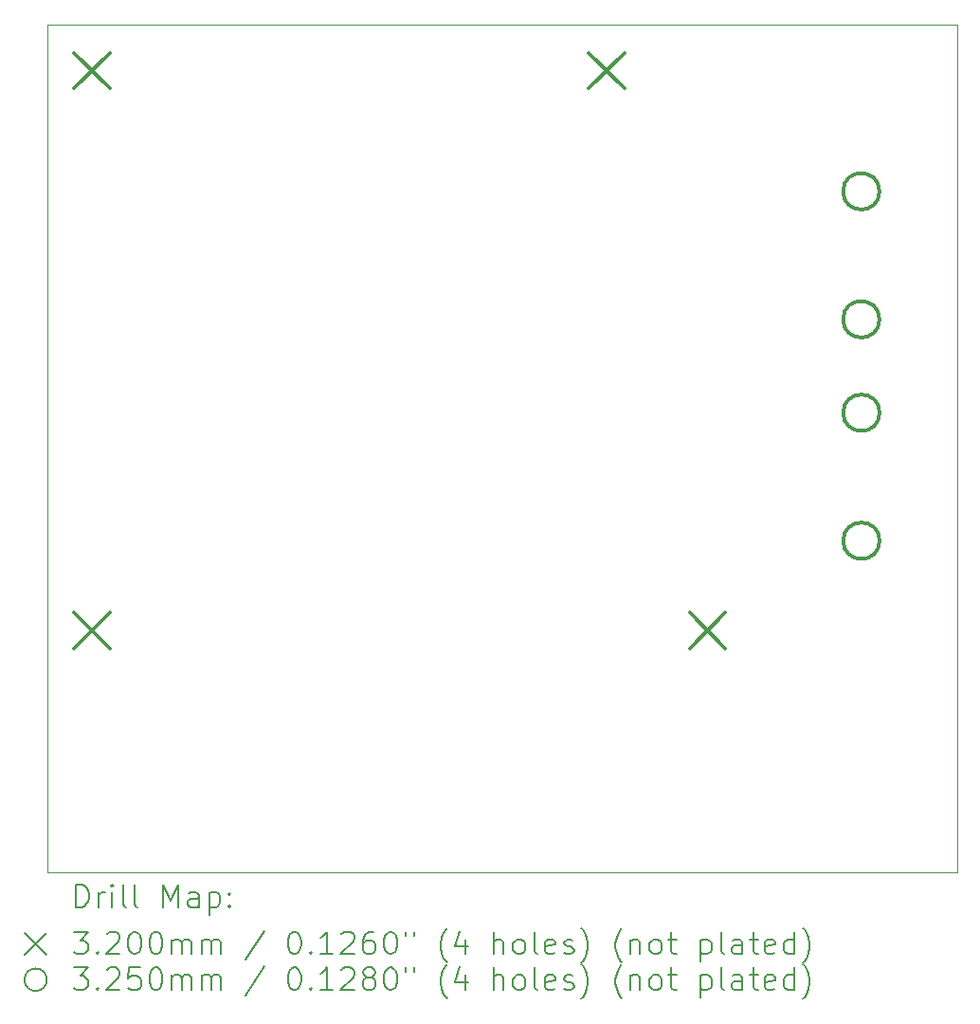
<source format=gbr>
%TF.GenerationSoftware,KiCad,Pcbnew,8.0.0*%
%TF.CreationDate,2024-10-15T09:50:22-05:00*%
%TF.ProjectId,Rain and Switches Control Board,5261696e-2061-46e6-9420-537769746368,rev?*%
%TF.SameCoordinates,Original*%
%TF.FileFunction,Drillmap*%
%TF.FilePolarity,Positive*%
%FSLAX45Y45*%
G04 Gerber Fmt 4.5, Leading zero omitted, Abs format (unit mm)*
G04 Created by KiCad (PCBNEW 8.0.0) date 2024-10-15 09:50:22*
%MOMM*%
%LPD*%
G01*
G04 APERTURE LIST*
%ADD10C,0.050000*%
%ADD11C,0.200000*%
%ADD12C,0.320000*%
%ADD13C,0.325000*%
G04 APERTURE END LIST*
D10*
X10710000Y-3929000D02*
X18837760Y-3929000D01*
X18837760Y-11498000D01*
X10710000Y-11498000D01*
X10710000Y-3929000D01*
D11*
D12*
X10949600Y-4182880D02*
X11269600Y-4502880D01*
X11269600Y-4182880D02*
X10949600Y-4502880D01*
X10949600Y-9182880D02*
X11269600Y-9502880D01*
X11269600Y-9182880D02*
X10949600Y-9502880D01*
X15549600Y-4182880D02*
X15869600Y-4502880D01*
X15869600Y-4182880D02*
X15549600Y-4502880D01*
X16449600Y-9182880D02*
X16769600Y-9502880D01*
X16769600Y-9182880D02*
X16449600Y-9502880D01*
D13*
X18144880Y-5420580D02*
G75*
G02*
X17819880Y-5420580I-162500J0D01*
G01*
X17819880Y-5420580D02*
G75*
G02*
X18144880Y-5420580I162500J0D01*
G01*
X18144880Y-6563580D02*
G75*
G02*
X17819880Y-6563580I-162500J0D01*
G01*
X17819880Y-6563580D02*
G75*
G02*
X18144880Y-6563580I162500J0D01*
G01*
X18146380Y-7397580D02*
G75*
G02*
X17821380Y-7397580I-162500J0D01*
G01*
X17821380Y-7397580D02*
G75*
G02*
X18146380Y-7397580I162500J0D01*
G01*
X18146380Y-8540580D02*
G75*
G02*
X17821380Y-8540580I-162500J0D01*
G01*
X17821380Y-8540580D02*
G75*
G02*
X18146380Y-8540580I162500J0D01*
G01*
D11*
X10968277Y-11811984D02*
X10968277Y-11611984D01*
X10968277Y-11611984D02*
X11015896Y-11611984D01*
X11015896Y-11611984D02*
X11044467Y-11621508D01*
X11044467Y-11621508D02*
X11063515Y-11640555D01*
X11063515Y-11640555D02*
X11073039Y-11659603D01*
X11073039Y-11659603D02*
X11082563Y-11697698D01*
X11082563Y-11697698D02*
X11082563Y-11726269D01*
X11082563Y-11726269D02*
X11073039Y-11764365D01*
X11073039Y-11764365D02*
X11063515Y-11783412D01*
X11063515Y-11783412D02*
X11044467Y-11802460D01*
X11044467Y-11802460D02*
X11015896Y-11811984D01*
X11015896Y-11811984D02*
X10968277Y-11811984D01*
X11168277Y-11811984D02*
X11168277Y-11678650D01*
X11168277Y-11716746D02*
X11177801Y-11697698D01*
X11177801Y-11697698D02*
X11187324Y-11688174D01*
X11187324Y-11688174D02*
X11206372Y-11678650D01*
X11206372Y-11678650D02*
X11225420Y-11678650D01*
X11292086Y-11811984D02*
X11292086Y-11678650D01*
X11292086Y-11611984D02*
X11282562Y-11621508D01*
X11282562Y-11621508D02*
X11292086Y-11631031D01*
X11292086Y-11631031D02*
X11301610Y-11621508D01*
X11301610Y-11621508D02*
X11292086Y-11611984D01*
X11292086Y-11611984D02*
X11292086Y-11631031D01*
X11415896Y-11811984D02*
X11396848Y-11802460D01*
X11396848Y-11802460D02*
X11387324Y-11783412D01*
X11387324Y-11783412D02*
X11387324Y-11611984D01*
X11520658Y-11811984D02*
X11501610Y-11802460D01*
X11501610Y-11802460D02*
X11492086Y-11783412D01*
X11492086Y-11783412D02*
X11492086Y-11611984D01*
X11749229Y-11811984D02*
X11749229Y-11611984D01*
X11749229Y-11611984D02*
X11815896Y-11754841D01*
X11815896Y-11754841D02*
X11882562Y-11611984D01*
X11882562Y-11611984D02*
X11882562Y-11811984D01*
X12063515Y-11811984D02*
X12063515Y-11707222D01*
X12063515Y-11707222D02*
X12053991Y-11688174D01*
X12053991Y-11688174D02*
X12034943Y-11678650D01*
X12034943Y-11678650D02*
X11996848Y-11678650D01*
X11996848Y-11678650D02*
X11977801Y-11688174D01*
X12063515Y-11802460D02*
X12044467Y-11811984D01*
X12044467Y-11811984D02*
X11996848Y-11811984D01*
X11996848Y-11811984D02*
X11977801Y-11802460D01*
X11977801Y-11802460D02*
X11968277Y-11783412D01*
X11968277Y-11783412D02*
X11968277Y-11764365D01*
X11968277Y-11764365D02*
X11977801Y-11745317D01*
X11977801Y-11745317D02*
X11996848Y-11735793D01*
X11996848Y-11735793D02*
X12044467Y-11735793D01*
X12044467Y-11735793D02*
X12063515Y-11726269D01*
X12158753Y-11678650D02*
X12158753Y-11878650D01*
X12158753Y-11688174D02*
X12177801Y-11678650D01*
X12177801Y-11678650D02*
X12215896Y-11678650D01*
X12215896Y-11678650D02*
X12234943Y-11688174D01*
X12234943Y-11688174D02*
X12244467Y-11697698D01*
X12244467Y-11697698D02*
X12253991Y-11716746D01*
X12253991Y-11716746D02*
X12253991Y-11773888D01*
X12253991Y-11773888D02*
X12244467Y-11792936D01*
X12244467Y-11792936D02*
X12234943Y-11802460D01*
X12234943Y-11802460D02*
X12215896Y-11811984D01*
X12215896Y-11811984D02*
X12177801Y-11811984D01*
X12177801Y-11811984D02*
X12158753Y-11802460D01*
X12339705Y-11792936D02*
X12349229Y-11802460D01*
X12349229Y-11802460D02*
X12339705Y-11811984D01*
X12339705Y-11811984D02*
X12330182Y-11802460D01*
X12330182Y-11802460D02*
X12339705Y-11792936D01*
X12339705Y-11792936D02*
X12339705Y-11811984D01*
X12339705Y-11688174D02*
X12349229Y-11697698D01*
X12349229Y-11697698D02*
X12339705Y-11707222D01*
X12339705Y-11707222D02*
X12330182Y-11697698D01*
X12330182Y-11697698D02*
X12339705Y-11688174D01*
X12339705Y-11688174D02*
X12339705Y-11707222D01*
X10507500Y-12040500D02*
X10707500Y-12240500D01*
X10707500Y-12040500D02*
X10507500Y-12240500D01*
X10949229Y-12031984D02*
X11073039Y-12031984D01*
X11073039Y-12031984D02*
X11006372Y-12108174D01*
X11006372Y-12108174D02*
X11034944Y-12108174D01*
X11034944Y-12108174D02*
X11053991Y-12117698D01*
X11053991Y-12117698D02*
X11063515Y-12127222D01*
X11063515Y-12127222D02*
X11073039Y-12146269D01*
X11073039Y-12146269D02*
X11073039Y-12193888D01*
X11073039Y-12193888D02*
X11063515Y-12212936D01*
X11063515Y-12212936D02*
X11053991Y-12222460D01*
X11053991Y-12222460D02*
X11034944Y-12231984D01*
X11034944Y-12231984D02*
X10977801Y-12231984D01*
X10977801Y-12231984D02*
X10958753Y-12222460D01*
X10958753Y-12222460D02*
X10949229Y-12212936D01*
X11158753Y-12212936D02*
X11168277Y-12222460D01*
X11168277Y-12222460D02*
X11158753Y-12231984D01*
X11158753Y-12231984D02*
X11149229Y-12222460D01*
X11149229Y-12222460D02*
X11158753Y-12212936D01*
X11158753Y-12212936D02*
X11158753Y-12231984D01*
X11244467Y-12051031D02*
X11253991Y-12041508D01*
X11253991Y-12041508D02*
X11273039Y-12031984D01*
X11273039Y-12031984D02*
X11320658Y-12031984D01*
X11320658Y-12031984D02*
X11339705Y-12041508D01*
X11339705Y-12041508D02*
X11349229Y-12051031D01*
X11349229Y-12051031D02*
X11358753Y-12070079D01*
X11358753Y-12070079D02*
X11358753Y-12089127D01*
X11358753Y-12089127D02*
X11349229Y-12117698D01*
X11349229Y-12117698D02*
X11234943Y-12231984D01*
X11234943Y-12231984D02*
X11358753Y-12231984D01*
X11482562Y-12031984D02*
X11501610Y-12031984D01*
X11501610Y-12031984D02*
X11520658Y-12041508D01*
X11520658Y-12041508D02*
X11530182Y-12051031D01*
X11530182Y-12051031D02*
X11539705Y-12070079D01*
X11539705Y-12070079D02*
X11549229Y-12108174D01*
X11549229Y-12108174D02*
X11549229Y-12155793D01*
X11549229Y-12155793D02*
X11539705Y-12193888D01*
X11539705Y-12193888D02*
X11530182Y-12212936D01*
X11530182Y-12212936D02*
X11520658Y-12222460D01*
X11520658Y-12222460D02*
X11501610Y-12231984D01*
X11501610Y-12231984D02*
X11482562Y-12231984D01*
X11482562Y-12231984D02*
X11463515Y-12222460D01*
X11463515Y-12222460D02*
X11453991Y-12212936D01*
X11453991Y-12212936D02*
X11444467Y-12193888D01*
X11444467Y-12193888D02*
X11434943Y-12155793D01*
X11434943Y-12155793D02*
X11434943Y-12108174D01*
X11434943Y-12108174D02*
X11444467Y-12070079D01*
X11444467Y-12070079D02*
X11453991Y-12051031D01*
X11453991Y-12051031D02*
X11463515Y-12041508D01*
X11463515Y-12041508D02*
X11482562Y-12031984D01*
X11673039Y-12031984D02*
X11692086Y-12031984D01*
X11692086Y-12031984D02*
X11711134Y-12041508D01*
X11711134Y-12041508D02*
X11720658Y-12051031D01*
X11720658Y-12051031D02*
X11730182Y-12070079D01*
X11730182Y-12070079D02*
X11739705Y-12108174D01*
X11739705Y-12108174D02*
X11739705Y-12155793D01*
X11739705Y-12155793D02*
X11730182Y-12193888D01*
X11730182Y-12193888D02*
X11720658Y-12212936D01*
X11720658Y-12212936D02*
X11711134Y-12222460D01*
X11711134Y-12222460D02*
X11692086Y-12231984D01*
X11692086Y-12231984D02*
X11673039Y-12231984D01*
X11673039Y-12231984D02*
X11653991Y-12222460D01*
X11653991Y-12222460D02*
X11644467Y-12212936D01*
X11644467Y-12212936D02*
X11634943Y-12193888D01*
X11634943Y-12193888D02*
X11625420Y-12155793D01*
X11625420Y-12155793D02*
X11625420Y-12108174D01*
X11625420Y-12108174D02*
X11634943Y-12070079D01*
X11634943Y-12070079D02*
X11644467Y-12051031D01*
X11644467Y-12051031D02*
X11653991Y-12041508D01*
X11653991Y-12041508D02*
X11673039Y-12031984D01*
X11825420Y-12231984D02*
X11825420Y-12098650D01*
X11825420Y-12117698D02*
X11834943Y-12108174D01*
X11834943Y-12108174D02*
X11853991Y-12098650D01*
X11853991Y-12098650D02*
X11882563Y-12098650D01*
X11882563Y-12098650D02*
X11901610Y-12108174D01*
X11901610Y-12108174D02*
X11911134Y-12127222D01*
X11911134Y-12127222D02*
X11911134Y-12231984D01*
X11911134Y-12127222D02*
X11920658Y-12108174D01*
X11920658Y-12108174D02*
X11939705Y-12098650D01*
X11939705Y-12098650D02*
X11968277Y-12098650D01*
X11968277Y-12098650D02*
X11987324Y-12108174D01*
X11987324Y-12108174D02*
X11996848Y-12127222D01*
X11996848Y-12127222D02*
X11996848Y-12231984D01*
X12092086Y-12231984D02*
X12092086Y-12098650D01*
X12092086Y-12117698D02*
X12101610Y-12108174D01*
X12101610Y-12108174D02*
X12120658Y-12098650D01*
X12120658Y-12098650D02*
X12149229Y-12098650D01*
X12149229Y-12098650D02*
X12168277Y-12108174D01*
X12168277Y-12108174D02*
X12177801Y-12127222D01*
X12177801Y-12127222D02*
X12177801Y-12231984D01*
X12177801Y-12127222D02*
X12187324Y-12108174D01*
X12187324Y-12108174D02*
X12206372Y-12098650D01*
X12206372Y-12098650D02*
X12234943Y-12098650D01*
X12234943Y-12098650D02*
X12253991Y-12108174D01*
X12253991Y-12108174D02*
X12263515Y-12127222D01*
X12263515Y-12127222D02*
X12263515Y-12231984D01*
X12653991Y-12022460D02*
X12482563Y-12279603D01*
X12911134Y-12031984D02*
X12930182Y-12031984D01*
X12930182Y-12031984D02*
X12949229Y-12041508D01*
X12949229Y-12041508D02*
X12958753Y-12051031D01*
X12958753Y-12051031D02*
X12968277Y-12070079D01*
X12968277Y-12070079D02*
X12977801Y-12108174D01*
X12977801Y-12108174D02*
X12977801Y-12155793D01*
X12977801Y-12155793D02*
X12968277Y-12193888D01*
X12968277Y-12193888D02*
X12958753Y-12212936D01*
X12958753Y-12212936D02*
X12949229Y-12222460D01*
X12949229Y-12222460D02*
X12930182Y-12231984D01*
X12930182Y-12231984D02*
X12911134Y-12231984D01*
X12911134Y-12231984D02*
X12892086Y-12222460D01*
X12892086Y-12222460D02*
X12882563Y-12212936D01*
X12882563Y-12212936D02*
X12873039Y-12193888D01*
X12873039Y-12193888D02*
X12863515Y-12155793D01*
X12863515Y-12155793D02*
X12863515Y-12108174D01*
X12863515Y-12108174D02*
X12873039Y-12070079D01*
X12873039Y-12070079D02*
X12882563Y-12051031D01*
X12882563Y-12051031D02*
X12892086Y-12041508D01*
X12892086Y-12041508D02*
X12911134Y-12031984D01*
X13063515Y-12212936D02*
X13073039Y-12222460D01*
X13073039Y-12222460D02*
X13063515Y-12231984D01*
X13063515Y-12231984D02*
X13053991Y-12222460D01*
X13053991Y-12222460D02*
X13063515Y-12212936D01*
X13063515Y-12212936D02*
X13063515Y-12231984D01*
X13263515Y-12231984D02*
X13149229Y-12231984D01*
X13206372Y-12231984D02*
X13206372Y-12031984D01*
X13206372Y-12031984D02*
X13187325Y-12060555D01*
X13187325Y-12060555D02*
X13168277Y-12079603D01*
X13168277Y-12079603D02*
X13149229Y-12089127D01*
X13339706Y-12051031D02*
X13349229Y-12041508D01*
X13349229Y-12041508D02*
X13368277Y-12031984D01*
X13368277Y-12031984D02*
X13415896Y-12031984D01*
X13415896Y-12031984D02*
X13434944Y-12041508D01*
X13434944Y-12041508D02*
X13444467Y-12051031D01*
X13444467Y-12051031D02*
X13453991Y-12070079D01*
X13453991Y-12070079D02*
X13453991Y-12089127D01*
X13453991Y-12089127D02*
X13444467Y-12117698D01*
X13444467Y-12117698D02*
X13330182Y-12231984D01*
X13330182Y-12231984D02*
X13453991Y-12231984D01*
X13625420Y-12031984D02*
X13587325Y-12031984D01*
X13587325Y-12031984D02*
X13568277Y-12041508D01*
X13568277Y-12041508D02*
X13558753Y-12051031D01*
X13558753Y-12051031D02*
X13539706Y-12079603D01*
X13539706Y-12079603D02*
X13530182Y-12117698D01*
X13530182Y-12117698D02*
X13530182Y-12193888D01*
X13530182Y-12193888D02*
X13539706Y-12212936D01*
X13539706Y-12212936D02*
X13549229Y-12222460D01*
X13549229Y-12222460D02*
X13568277Y-12231984D01*
X13568277Y-12231984D02*
X13606372Y-12231984D01*
X13606372Y-12231984D02*
X13625420Y-12222460D01*
X13625420Y-12222460D02*
X13634944Y-12212936D01*
X13634944Y-12212936D02*
X13644467Y-12193888D01*
X13644467Y-12193888D02*
X13644467Y-12146269D01*
X13644467Y-12146269D02*
X13634944Y-12127222D01*
X13634944Y-12127222D02*
X13625420Y-12117698D01*
X13625420Y-12117698D02*
X13606372Y-12108174D01*
X13606372Y-12108174D02*
X13568277Y-12108174D01*
X13568277Y-12108174D02*
X13549229Y-12117698D01*
X13549229Y-12117698D02*
X13539706Y-12127222D01*
X13539706Y-12127222D02*
X13530182Y-12146269D01*
X13768277Y-12031984D02*
X13787325Y-12031984D01*
X13787325Y-12031984D02*
X13806372Y-12041508D01*
X13806372Y-12041508D02*
X13815896Y-12051031D01*
X13815896Y-12051031D02*
X13825420Y-12070079D01*
X13825420Y-12070079D02*
X13834944Y-12108174D01*
X13834944Y-12108174D02*
X13834944Y-12155793D01*
X13834944Y-12155793D02*
X13825420Y-12193888D01*
X13825420Y-12193888D02*
X13815896Y-12212936D01*
X13815896Y-12212936D02*
X13806372Y-12222460D01*
X13806372Y-12222460D02*
X13787325Y-12231984D01*
X13787325Y-12231984D02*
X13768277Y-12231984D01*
X13768277Y-12231984D02*
X13749229Y-12222460D01*
X13749229Y-12222460D02*
X13739706Y-12212936D01*
X13739706Y-12212936D02*
X13730182Y-12193888D01*
X13730182Y-12193888D02*
X13720658Y-12155793D01*
X13720658Y-12155793D02*
X13720658Y-12108174D01*
X13720658Y-12108174D02*
X13730182Y-12070079D01*
X13730182Y-12070079D02*
X13739706Y-12051031D01*
X13739706Y-12051031D02*
X13749229Y-12041508D01*
X13749229Y-12041508D02*
X13768277Y-12031984D01*
X13911134Y-12031984D02*
X13911134Y-12070079D01*
X13987325Y-12031984D02*
X13987325Y-12070079D01*
X14282563Y-12308174D02*
X14273039Y-12298650D01*
X14273039Y-12298650D02*
X14253991Y-12270079D01*
X14253991Y-12270079D02*
X14244468Y-12251031D01*
X14244468Y-12251031D02*
X14234944Y-12222460D01*
X14234944Y-12222460D02*
X14225420Y-12174841D01*
X14225420Y-12174841D02*
X14225420Y-12136746D01*
X14225420Y-12136746D02*
X14234944Y-12089127D01*
X14234944Y-12089127D02*
X14244468Y-12060555D01*
X14244468Y-12060555D02*
X14253991Y-12041508D01*
X14253991Y-12041508D02*
X14273039Y-12012936D01*
X14273039Y-12012936D02*
X14282563Y-12003412D01*
X14444468Y-12098650D02*
X14444468Y-12231984D01*
X14396848Y-12022460D02*
X14349229Y-12165317D01*
X14349229Y-12165317D02*
X14473039Y-12165317D01*
X14701610Y-12231984D02*
X14701610Y-12031984D01*
X14787325Y-12231984D02*
X14787325Y-12127222D01*
X14787325Y-12127222D02*
X14777801Y-12108174D01*
X14777801Y-12108174D02*
X14758753Y-12098650D01*
X14758753Y-12098650D02*
X14730182Y-12098650D01*
X14730182Y-12098650D02*
X14711134Y-12108174D01*
X14711134Y-12108174D02*
X14701610Y-12117698D01*
X14911134Y-12231984D02*
X14892087Y-12222460D01*
X14892087Y-12222460D02*
X14882563Y-12212936D01*
X14882563Y-12212936D02*
X14873039Y-12193888D01*
X14873039Y-12193888D02*
X14873039Y-12136746D01*
X14873039Y-12136746D02*
X14882563Y-12117698D01*
X14882563Y-12117698D02*
X14892087Y-12108174D01*
X14892087Y-12108174D02*
X14911134Y-12098650D01*
X14911134Y-12098650D02*
X14939706Y-12098650D01*
X14939706Y-12098650D02*
X14958753Y-12108174D01*
X14958753Y-12108174D02*
X14968277Y-12117698D01*
X14968277Y-12117698D02*
X14977801Y-12136746D01*
X14977801Y-12136746D02*
X14977801Y-12193888D01*
X14977801Y-12193888D02*
X14968277Y-12212936D01*
X14968277Y-12212936D02*
X14958753Y-12222460D01*
X14958753Y-12222460D02*
X14939706Y-12231984D01*
X14939706Y-12231984D02*
X14911134Y-12231984D01*
X15092087Y-12231984D02*
X15073039Y-12222460D01*
X15073039Y-12222460D02*
X15063515Y-12203412D01*
X15063515Y-12203412D02*
X15063515Y-12031984D01*
X15244468Y-12222460D02*
X15225420Y-12231984D01*
X15225420Y-12231984D02*
X15187325Y-12231984D01*
X15187325Y-12231984D02*
X15168277Y-12222460D01*
X15168277Y-12222460D02*
X15158753Y-12203412D01*
X15158753Y-12203412D02*
X15158753Y-12127222D01*
X15158753Y-12127222D02*
X15168277Y-12108174D01*
X15168277Y-12108174D02*
X15187325Y-12098650D01*
X15187325Y-12098650D02*
X15225420Y-12098650D01*
X15225420Y-12098650D02*
X15244468Y-12108174D01*
X15244468Y-12108174D02*
X15253991Y-12127222D01*
X15253991Y-12127222D02*
X15253991Y-12146269D01*
X15253991Y-12146269D02*
X15158753Y-12165317D01*
X15330182Y-12222460D02*
X15349230Y-12231984D01*
X15349230Y-12231984D02*
X15387325Y-12231984D01*
X15387325Y-12231984D02*
X15406372Y-12222460D01*
X15406372Y-12222460D02*
X15415896Y-12203412D01*
X15415896Y-12203412D02*
X15415896Y-12193888D01*
X15415896Y-12193888D02*
X15406372Y-12174841D01*
X15406372Y-12174841D02*
X15387325Y-12165317D01*
X15387325Y-12165317D02*
X15358753Y-12165317D01*
X15358753Y-12165317D02*
X15339706Y-12155793D01*
X15339706Y-12155793D02*
X15330182Y-12136746D01*
X15330182Y-12136746D02*
X15330182Y-12127222D01*
X15330182Y-12127222D02*
X15339706Y-12108174D01*
X15339706Y-12108174D02*
X15358753Y-12098650D01*
X15358753Y-12098650D02*
X15387325Y-12098650D01*
X15387325Y-12098650D02*
X15406372Y-12108174D01*
X15482563Y-12308174D02*
X15492087Y-12298650D01*
X15492087Y-12298650D02*
X15511134Y-12270079D01*
X15511134Y-12270079D02*
X15520658Y-12251031D01*
X15520658Y-12251031D02*
X15530182Y-12222460D01*
X15530182Y-12222460D02*
X15539706Y-12174841D01*
X15539706Y-12174841D02*
X15539706Y-12136746D01*
X15539706Y-12136746D02*
X15530182Y-12089127D01*
X15530182Y-12089127D02*
X15520658Y-12060555D01*
X15520658Y-12060555D02*
X15511134Y-12041508D01*
X15511134Y-12041508D02*
X15492087Y-12012936D01*
X15492087Y-12012936D02*
X15482563Y-12003412D01*
X15844468Y-12308174D02*
X15834944Y-12298650D01*
X15834944Y-12298650D02*
X15815896Y-12270079D01*
X15815896Y-12270079D02*
X15806372Y-12251031D01*
X15806372Y-12251031D02*
X15796849Y-12222460D01*
X15796849Y-12222460D02*
X15787325Y-12174841D01*
X15787325Y-12174841D02*
X15787325Y-12136746D01*
X15787325Y-12136746D02*
X15796849Y-12089127D01*
X15796849Y-12089127D02*
X15806372Y-12060555D01*
X15806372Y-12060555D02*
X15815896Y-12041508D01*
X15815896Y-12041508D02*
X15834944Y-12012936D01*
X15834944Y-12012936D02*
X15844468Y-12003412D01*
X15920658Y-12098650D02*
X15920658Y-12231984D01*
X15920658Y-12117698D02*
X15930182Y-12108174D01*
X15930182Y-12108174D02*
X15949230Y-12098650D01*
X15949230Y-12098650D02*
X15977801Y-12098650D01*
X15977801Y-12098650D02*
X15996849Y-12108174D01*
X15996849Y-12108174D02*
X16006372Y-12127222D01*
X16006372Y-12127222D02*
X16006372Y-12231984D01*
X16130182Y-12231984D02*
X16111134Y-12222460D01*
X16111134Y-12222460D02*
X16101611Y-12212936D01*
X16101611Y-12212936D02*
X16092087Y-12193888D01*
X16092087Y-12193888D02*
X16092087Y-12136746D01*
X16092087Y-12136746D02*
X16101611Y-12117698D01*
X16101611Y-12117698D02*
X16111134Y-12108174D01*
X16111134Y-12108174D02*
X16130182Y-12098650D01*
X16130182Y-12098650D02*
X16158753Y-12098650D01*
X16158753Y-12098650D02*
X16177801Y-12108174D01*
X16177801Y-12108174D02*
X16187325Y-12117698D01*
X16187325Y-12117698D02*
X16196849Y-12136746D01*
X16196849Y-12136746D02*
X16196849Y-12193888D01*
X16196849Y-12193888D02*
X16187325Y-12212936D01*
X16187325Y-12212936D02*
X16177801Y-12222460D01*
X16177801Y-12222460D02*
X16158753Y-12231984D01*
X16158753Y-12231984D02*
X16130182Y-12231984D01*
X16253992Y-12098650D02*
X16330182Y-12098650D01*
X16282563Y-12031984D02*
X16282563Y-12203412D01*
X16282563Y-12203412D02*
X16292087Y-12222460D01*
X16292087Y-12222460D02*
X16311134Y-12231984D01*
X16311134Y-12231984D02*
X16330182Y-12231984D01*
X16549230Y-12098650D02*
X16549230Y-12298650D01*
X16549230Y-12108174D02*
X16568277Y-12098650D01*
X16568277Y-12098650D02*
X16606373Y-12098650D01*
X16606373Y-12098650D02*
X16625420Y-12108174D01*
X16625420Y-12108174D02*
X16634944Y-12117698D01*
X16634944Y-12117698D02*
X16644468Y-12136746D01*
X16644468Y-12136746D02*
X16644468Y-12193888D01*
X16644468Y-12193888D02*
X16634944Y-12212936D01*
X16634944Y-12212936D02*
X16625420Y-12222460D01*
X16625420Y-12222460D02*
X16606373Y-12231984D01*
X16606373Y-12231984D02*
X16568277Y-12231984D01*
X16568277Y-12231984D02*
X16549230Y-12222460D01*
X16758753Y-12231984D02*
X16739706Y-12222460D01*
X16739706Y-12222460D02*
X16730182Y-12203412D01*
X16730182Y-12203412D02*
X16730182Y-12031984D01*
X16920658Y-12231984D02*
X16920658Y-12127222D01*
X16920658Y-12127222D02*
X16911135Y-12108174D01*
X16911135Y-12108174D02*
X16892087Y-12098650D01*
X16892087Y-12098650D02*
X16853992Y-12098650D01*
X16853992Y-12098650D02*
X16834944Y-12108174D01*
X16920658Y-12222460D02*
X16901611Y-12231984D01*
X16901611Y-12231984D02*
X16853992Y-12231984D01*
X16853992Y-12231984D02*
X16834944Y-12222460D01*
X16834944Y-12222460D02*
X16825420Y-12203412D01*
X16825420Y-12203412D02*
X16825420Y-12184365D01*
X16825420Y-12184365D02*
X16834944Y-12165317D01*
X16834944Y-12165317D02*
X16853992Y-12155793D01*
X16853992Y-12155793D02*
X16901611Y-12155793D01*
X16901611Y-12155793D02*
X16920658Y-12146269D01*
X16987325Y-12098650D02*
X17063515Y-12098650D01*
X17015896Y-12031984D02*
X17015896Y-12203412D01*
X17015896Y-12203412D02*
X17025420Y-12222460D01*
X17025420Y-12222460D02*
X17044468Y-12231984D01*
X17044468Y-12231984D02*
X17063515Y-12231984D01*
X17206373Y-12222460D02*
X17187325Y-12231984D01*
X17187325Y-12231984D02*
X17149230Y-12231984D01*
X17149230Y-12231984D02*
X17130182Y-12222460D01*
X17130182Y-12222460D02*
X17120658Y-12203412D01*
X17120658Y-12203412D02*
X17120658Y-12127222D01*
X17120658Y-12127222D02*
X17130182Y-12108174D01*
X17130182Y-12108174D02*
X17149230Y-12098650D01*
X17149230Y-12098650D02*
X17187325Y-12098650D01*
X17187325Y-12098650D02*
X17206373Y-12108174D01*
X17206373Y-12108174D02*
X17215896Y-12127222D01*
X17215896Y-12127222D02*
X17215896Y-12146269D01*
X17215896Y-12146269D02*
X17120658Y-12165317D01*
X17387325Y-12231984D02*
X17387325Y-12031984D01*
X17387325Y-12222460D02*
X17368277Y-12231984D01*
X17368277Y-12231984D02*
X17330182Y-12231984D01*
X17330182Y-12231984D02*
X17311135Y-12222460D01*
X17311135Y-12222460D02*
X17301611Y-12212936D01*
X17301611Y-12212936D02*
X17292087Y-12193888D01*
X17292087Y-12193888D02*
X17292087Y-12136746D01*
X17292087Y-12136746D02*
X17301611Y-12117698D01*
X17301611Y-12117698D02*
X17311135Y-12108174D01*
X17311135Y-12108174D02*
X17330182Y-12098650D01*
X17330182Y-12098650D02*
X17368277Y-12098650D01*
X17368277Y-12098650D02*
X17387325Y-12108174D01*
X17463516Y-12308174D02*
X17473039Y-12298650D01*
X17473039Y-12298650D02*
X17492087Y-12270079D01*
X17492087Y-12270079D02*
X17501611Y-12251031D01*
X17501611Y-12251031D02*
X17511135Y-12222460D01*
X17511135Y-12222460D02*
X17520658Y-12174841D01*
X17520658Y-12174841D02*
X17520658Y-12136746D01*
X17520658Y-12136746D02*
X17511135Y-12089127D01*
X17511135Y-12089127D02*
X17501611Y-12060555D01*
X17501611Y-12060555D02*
X17492087Y-12041508D01*
X17492087Y-12041508D02*
X17473039Y-12012936D01*
X17473039Y-12012936D02*
X17463516Y-12003412D01*
X10707500Y-12460500D02*
G75*
G02*
X10507500Y-12460500I-100000J0D01*
G01*
X10507500Y-12460500D02*
G75*
G02*
X10707500Y-12460500I100000J0D01*
G01*
X10949229Y-12351984D02*
X11073039Y-12351984D01*
X11073039Y-12351984D02*
X11006372Y-12428174D01*
X11006372Y-12428174D02*
X11034944Y-12428174D01*
X11034944Y-12428174D02*
X11053991Y-12437698D01*
X11053991Y-12437698D02*
X11063515Y-12447222D01*
X11063515Y-12447222D02*
X11073039Y-12466269D01*
X11073039Y-12466269D02*
X11073039Y-12513888D01*
X11073039Y-12513888D02*
X11063515Y-12532936D01*
X11063515Y-12532936D02*
X11053991Y-12542460D01*
X11053991Y-12542460D02*
X11034944Y-12551984D01*
X11034944Y-12551984D02*
X10977801Y-12551984D01*
X10977801Y-12551984D02*
X10958753Y-12542460D01*
X10958753Y-12542460D02*
X10949229Y-12532936D01*
X11158753Y-12532936D02*
X11168277Y-12542460D01*
X11168277Y-12542460D02*
X11158753Y-12551984D01*
X11158753Y-12551984D02*
X11149229Y-12542460D01*
X11149229Y-12542460D02*
X11158753Y-12532936D01*
X11158753Y-12532936D02*
X11158753Y-12551984D01*
X11244467Y-12371031D02*
X11253991Y-12361508D01*
X11253991Y-12361508D02*
X11273039Y-12351984D01*
X11273039Y-12351984D02*
X11320658Y-12351984D01*
X11320658Y-12351984D02*
X11339705Y-12361508D01*
X11339705Y-12361508D02*
X11349229Y-12371031D01*
X11349229Y-12371031D02*
X11358753Y-12390079D01*
X11358753Y-12390079D02*
X11358753Y-12409127D01*
X11358753Y-12409127D02*
X11349229Y-12437698D01*
X11349229Y-12437698D02*
X11234943Y-12551984D01*
X11234943Y-12551984D02*
X11358753Y-12551984D01*
X11539705Y-12351984D02*
X11444467Y-12351984D01*
X11444467Y-12351984D02*
X11434943Y-12447222D01*
X11434943Y-12447222D02*
X11444467Y-12437698D01*
X11444467Y-12437698D02*
X11463515Y-12428174D01*
X11463515Y-12428174D02*
X11511134Y-12428174D01*
X11511134Y-12428174D02*
X11530182Y-12437698D01*
X11530182Y-12437698D02*
X11539705Y-12447222D01*
X11539705Y-12447222D02*
X11549229Y-12466269D01*
X11549229Y-12466269D02*
X11549229Y-12513888D01*
X11549229Y-12513888D02*
X11539705Y-12532936D01*
X11539705Y-12532936D02*
X11530182Y-12542460D01*
X11530182Y-12542460D02*
X11511134Y-12551984D01*
X11511134Y-12551984D02*
X11463515Y-12551984D01*
X11463515Y-12551984D02*
X11444467Y-12542460D01*
X11444467Y-12542460D02*
X11434943Y-12532936D01*
X11673039Y-12351984D02*
X11692086Y-12351984D01*
X11692086Y-12351984D02*
X11711134Y-12361508D01*
X11711134Y-12361508D02*
X11720658Y-12371031D01*
X11720658Y-12371031D02*
X11730182Y-12390079D01*
X11730182Y-12390079D02*
X11739705Y-12428174D01*
X11739705Y-12428174D02*
X11739705Y-12475793D01*
X11739705Y-12475793D02*
X11730182Y-12513888D01*
X11730182Y-12513888D02*
X11720658Y-12532936D01*
X11720658Y-12532936D02*
X11711134Y-12542460D01*
X11711134Y-12542460D02*
X11692086Y-12551984D01*
X11692086Y-12551984D02*
X11673039Y-12551984D01*
X11673039Y-12551984D02*
X11653991Y-12542460D01*
X11653991Y-12542460D02*
X11644467Y-12532936D01*
X11644467Y-12532936D02*
X11634943Y-12513888D01*
X11634943Y-12513888D02*
X11625420Y-12475793D01*
X11625420Y-12475793D02*
X11625420Y-12428174D01*
X11625420Y-12428174D02*
X11634943Y-12390079D01*
X11634943Y-12390079D02*
X11644467Y-12371031D01*
X11644467Y-12371031D02*
X11653991Y-12361508D01*
X11653991Y-12361508D02*
X11673039Y-12351984D01*
X11825420Y-12551984D02*
X11825420Y-12418650D01*
X11825420Y-12437698D02*
X11834943Y-12428174D01*
X11834943Y-12428174D02*
X11853991Y-12418650D01*
X11853991Y-12418650D02*
X11882563Y-12418650D01*
X11882563Y-12418650D02*
X11901610Y-12428174D01*
X11901610Y-12428174D02*
X11911134Y-12447222D01*
X11911134Y-12447222D02*
X11911134Y-12551984D01*
X11911134Y-12447222D02*
X11920658Y-12428174D01*
X11920658Y-12428174D02*
X11939705Y-12418650D01*
X11939705Y-12418650D02*
X11968277Y-12418650D01*
X11968277Y-12418650D02*
X11987324Y-12428174D01*
X11987324Y-12428174D02*
X11996848Y-12447222D01*
X11996848Y-12447222D02*
X11996848Y-12551984D01*
X12092086Y-12551984D02*
X12092086Y-12418650D01*
X12092086Y-12437698D02*
X12101610Y-12428174D01*
X12101610Y-12428174D02*
X12120658Y-12418650D01*
X12120658Y-12418650D02*
X12149229Y-12418650D01*
X12149229Y-12418650D02*
X12168277Y-12428174D01*
X12168277Y-12428174D02*
X12177801Y-12447222D01*
X12177801Y-12447222D02*
X12177801Y-12551984D01*
X12177801Y-12447222D02*
X12187324Y-12428174D01*
X12187324Y-12428174D02*
X12206372Y-12418650D01*
X12206372Y-12418650D02*
X12234943Y-12418650D01*
X12234943Y-12418650D02*
X12253991Y-12428174D01*
X12253991Y-12428174D02*
X12263515Y-12447222D01*
X12263515Y-12447222D02*
X12263515Y-12551984D01*
X12653991Y-12342460D02*
X12482563Y-12599603D01*
X12911134Y-12351984D02*
X12930182Y-12351984D01*
X12930182Y-12351984D02*
X12949229Y-12361508D01*
X12949229Y-12361508D02*
X12958753Y-12371031D01*
X12958753Y-12371031D02*
X12968277Y-12390079D01*
X12968277Y-12390079D02*
X12977801Y-12428174D01*
X12977801Y-12428174D02*
X12977801Y-12475793D01*
X12977801Y-12475793D02*
X12968277Y-12513888D01*
X12968277Y-12513888D02*
X12958753Y-12532936D01*
X12958753Y-12532936D02*
X12949229Y-12542460D01*
X12949229Y-12542460D02*
X12930182Y-12551984D01*
X12930182Y-12551984D02*
X12911134Y-12551984D01*
X12911134Y-12551984D02*
X12892086Y-12542460D01*
X12892086Y-12542460D02*
X12882563Y-12532936D01*
X12882563Y-12532936D02*
X12873039Y-12513888D01*
X12873039Y-12513888D02*
X12863515Y-12475793D01*
X12863515Y-12475793D02*
X12863515Y-12428174D01*
X12863515Y-12428174D02*
X12873039Y-12390079D01*
X12873039Y-12390079D02*
X12882563Y-12371031D01*
X12882563Y-12371031D02*
X12892086Y-12361508D01*
X12892086Y-12361508D02*
X12911134Y-12351984D01*
X13063515Y-12532936D02*
X13073039Y-12542460D01*
X13073039Y-12542460D02*
X13063515Y-12551984D01*
X13063515Y-12551984D02*
X13053991Y-12542460D01*
X13053991Y-12542460D02*
X13063515Y-12532936D01*
X13063515Y-12532936D02*
X13063515Y-12551984D01*
X13263515Y-12551984D02*
X13149229Y-12551984D01*
X13206372Y-12551984D02*
X13206372Y-12351984D01*
X13206372Y-12351984D02*
X13187325Y-12380555D01*
X13187325Y-12380555D02*
X13168277Y-12399603D01*
X13168277Y-12399603D02*
X13149229Y-12409127D01*
X13339706Y-12371031D02*
X13349229Y-12361508D01*
X13349229Y-12361508D02*
X13368277Y-12351984D01*
X13368277Y-12351984D02*
X13415896Y-12351984D01*
X13415896Y-12351984D02*
X13434944Y-12361508D01*
X13434944Y-12361508D02*
X13444467Y-12371031D01*
X13444467Y-12371031D02*
X13453991Y-12390079D01*
X13453991Y-12390079D02*
X13453991Y-12409127D01*
X13453991Y-12409127D02*
X13444467Y-12437698D01*
X13444467Y-12437698D02*
X13330182Y-12551984D01*
X13330182Y-12551984D02*
X13453991Y-12551984D01*
X13568277Y-12437698D02*
X13549229Y-12428174D01*
X13549229Y-12428174D02*
X13539706Y-12418650D01*
X13539706Y-12418650D02*
X13530182Y-12399603D01*
X13530182Y-12399603D02*
X13530182Y-12390079D01*
X13530182Y-12390079D02*
X13539706Y-12371031D01*
X13539706Y-12371031D02*
X13549229Y-12361508D01*
X13549229Y-12361508D02*
X13568277Y-12351984D01*
X13568277Y-12351984D02*
X13606372Y-12351984D01*
X13606372Y-12351984D02*
X13625420Y-12361508D01*
X13625420Y-12361508D02*
X13634944Y-12371031D01*
X13634944Y-12371031D02*
X13644467Y-12390079D01*
X13644467Y-12390079D02*
X13644467Y-12399603D01*
X13644467Y-12399603D02*
X13634944Y-12418650D01*
X13634944Y-12418650D02*
X13625420Y-12428174D01*
X13625420Y-12428174D02*
X13606372Y-12437698D01*
X13606372Y-12437698D02*
X13568277Y-12437698D01*
X13568277Y-12437698D02*
X13549229Y-12447222D01*
X13549229Y-12447222D02*
X13539706Y-12456746D01*
X13539706Y-12456746D02*
X13530182Y-12475793D01*
X13530182Y-12475793D02*
X13530182Y-12513888D01*
X13530182Y-12513888D02*
X13539706Y-12532936D01*
X13539706Y-12532936D02*
X13549229Y-12542460D01*
X13549229Y-12542460D02*
X13568277Y-12551984D01*
X13568277Y-12551984D02*
X13606372Y-12551984D01*
X13606372Y-12551984D02*
X13625420Y-12542460D01*
X13625420Y-12542460D02*
X13634944Y-12532936D01*
X13634944Y-12532936D02*
X13644467Y-12513888D01*
X13644467Y-12513888D02*
X13644467Y-12475793D01*
X13644467Y-12475793D02*
X13634944Y-12456746D01*
X13634944Y-12456746D02*
X13625420Y-12447222D01*
X13625420Y-12447222D02*
X13606372Y-12437698D01*
X13768277Y-12351984D02*
X13787325Y-12351984D01*
X13787325Y-12351984D02*
X13806372Y-12361508D01*
X13806372Y-12361508D02*
X13815896Y-12371031D01*
X13815896Y-12371031D02*
X13825420Y-12390079D01*
X13825420Y-12390079D02*
X13834944Y-12428174D01*
X13834944Y-12428174D02*
X13834944Y-12475793D01*
X13834944Y-12475793D02*
X13825420Y-12513888D01*
X13825420Y-12513888D02*
X13815896Y-12532936D01*
X13815896Y-12532936D02*
X13806372Y-12542460D01*
X13806372Y-12542460D02*
X13787325Y-12551984D01*
X13787325Y-12551984D02*
X13768277Y-12551984D01*
X13768277Y-12551984D02*
X13749229Y-12542460D01*
X13749229Y-12542460D02*
X13739706Y-12532936D01*
X13739706Y-12532936D02*
X13730182Y-12513888D01*
X13730182Y-12513888D02*
X13720658Y-12475793D01*
X13720658Y-12475793D02*
X13720658Y-12428174D01*
X13720658Y-12428174D02*
X13730182Y-12390079D01*
X13730182Y-12390079D02*
X13739706Y-12371031D01*
X13739706Y-12371031D02*
X13749229Y-12361508D01*
X13749229Y-12361508D02*
X13768277Y-12351984D01*
X13911134Y-12351984D02*
X13911134Y-12390079D01*
X13987325Y-12351984D02*
X13987325Y-12390079D01*
X14282563Y-12628174D02*
X14273039Y-12618650D01*
X14273039Y-12618650D02*
X14253991Y-12590079D01*
X14253991Y-12590079D02*
X14244468Y-12571031D01*
X14244468Y-12571031D02*
X14234944Y-12542460D01*
X14234944Y-12542460D02*
X14225420Y-12494841D01*
X14225420Y-12494841D02*
X14225420Y-12456746D01*
X14225420Y-12456746D02*
X14234944Y-12409127D01*
X14234944Y-12409127D02*
X14244468Y-12380555D01*
X14244468Y-12380555D02*
X14253991Y-12361508D01*
X14253991Y-12361508D02*
X14273039Y-12332936D01*
X14273039Y-12332936D02*
X14282563Y-12323412D01*
X14444468Y-12418650D02*
X14444468Y-12551984D01*
X14396848Y-12342460D02*
X14349229Y-12485317D01*
X14349229Y-12485317D02*
X14473039Y-12485317D01*
X14701610Y-12551984D02*
X14701610Y-12351984D01*
X14787325Y-12551984D02*
X14787325Y-12447222D01*
X14787325Y-12447222D02*
X14777801Y-12428174D01*
X14777801Y-12428174D02*
X14758753Y-12418650D01*
X14758753Y-12418650D02*
X14730182Y-12418650D01*
X14730182Y-12418650D02*
X14711134Y-12428174D01*
X14711134Y-12428174D02*
X14701610Y-12437698D01*
X14911134Y-12551984D02*
X14892087Y-12542460D01*
X14892087Y-12542460D02*
X14882563Y-12532936D01*
X14882563Y-12532936D02*
X14873039Y-12513888D01*
X14873039Y-12513888D02*
X14873039Y-12456746D01*
X14873039Y-12456746D02*
X14882563Y-12437698D01*
X14882563Y-12437698D02*
X14892087Y-12428174D01*
X14892087Y-12428174D02*
X14911134Y-12418650D01*
X14911134Y-12418650D02*
X14939706Y-12418650D01*
X14939706Y-12418650D02*
X14958753Y-12428174D01*
X14958753Y-12428174D02*
X14968277Y-12437698D01*
X14968277Y-12437698D02*
X14977801Y-12456746D01*
X14977801Y-12456746D02*
X14977801Y-12513888D01*
X14977801Y-12513888D02*
X14968277Y-12532936D01*
X14968277Y-12532936D02*
X14958753Y-12542460D01*
X14958753Y-12542460D02*
X14939706Y-12551984D01*
X14939706Y-12551984D02*
X14911134Y-12551984D01*
X15092087Y-12551984D02*
X15073039Y-12542460D01*
X15073039Y-12542460D02*
X15063515Y-12523412D01*
X15063515Y-12523412D02*
X15063515Y-12351984D01*
X15244468Y-12542460D02*
X15225420Y-12551984D01*
X15225420Y-12551984D02*
X15187325Y-12551984D01*
X15187325Y-12551984D02*
X15168277Y-12542460D01*
X15168277Y-12542460D02*
X15158753Y-12523412D01*
X15158753Y-12523412D02*
X15158753Y-12447222D01*
X15158753Y-12447222D02*
X15168277Y-12428174D01*
X15168277Y-12428174D02*
X15187325Y-12418650D01*
X15187325Y-12418650D02*
X15225420Y-12418650D01*
X15225420Y-12418650D02*
X15244468Y-12428174D01*
X15244468Y-12428174D02*
X15253991Y-12447222D01*
X15253991Y-12447222D02*
X15253991Y-12466269D01*
X15253991Y-12466269D02*
X15158753Y-12485317D01*
X15330182Y-12542460D02*
X15349230Y-12551984D01*
X15349230Y-12551984D02*
X15387325Y-12551984D01*
X15387325Y-12551984D02*
X15406372Y-12542460D01*
X15406372Y-12542460D02*
X15415896Y-12523412D01*
X15415896Y-12523412D02*
X15415896Y-12513888D01*
X15415896Y-12513888D02*
X15406372Y-12494841D01*
X15406372Y-12494841D02*
X15387325Y-12485317D01*
X15387325Y-12485317D02*
X15358753Y-12485317D01*
X15358753Y-12485317D02*
X15339706Y-12475793D01*
X15339706Y-12475793D02*
X15330182Y-12456746D01*
X15330182Y-12456746D02*
X15330182Y-12447222D01*
X15330182Y-12447222D02*
X15339706Y-12428174D01*
X15339706Y-12428174D02*
X15358753Y-12418650D01*
X15358753Y-12418650D02*
X15387325Y-12418650D01*
X15387325Y-12418650D02*
X15406372Y-12428174D01*
X15482563Y-12628174D02*
X15492087Y-12618650D01*
X15492087Y-12618650D02*
X15511134Y-12590079D01*
X15511134Y-12590079D02*
X15520658Y-12571031D01*
X15520658Y-12571031D02*
X15530182Y-12542460D01*
X15530182Y-12542460D02*
X15539706Y-12494841D01*
X15539706Y-12494841D02*
X15539706Y-12456746D01*
X15539706Y-12456746D02*
X15530182Y-12409127D01*
X15530182Y-12409127D02*
X15520658Y-12380555D01*
X15520658Y-12380555D02*
X15511134Y-12361508D01*
X15511134Y-12361508D02*
X15492087Y-12332936D01*
X15492087Y-12332936D02*
X15482563Y-12323412D01*
X15844468Y-12628174D02*
X15834944Y-12618650D01*
X15834944Y-12618650D02*
X15815896Y-12590079D01*
X15815896Y-12590079D02*
X15806372Y-12571031D01*
X15806372Y-12571031D02*
X15796849Y-12542460D01*
X15796849Y-12542460D02*
X15787325Y-12494841D01*
X15787325Y-12494841D02*
X15787325Y-12456746D01*
X15787325Y-12456746D02*
X15796849Y-12409127D01*
X15796849Y-12409127D02*
X15806372Y-12380555D01*
X15806372Y-12380555D02*
X15815896Y-12361508D01*
X15815896Y-12361508D02*
X15834944Y-12332936D01*
X15834944Y-12332936D02*
X15844468Y-12323412D01*
X15920658Y-12418650D02*
X15920658Y-12551984D01*
X15920658Y-12437698D02*
X15930182Y-12428174D01*
X15930182Y-12428174D02*
X15949230Y-12418650D01*
X15949230Y-12418650D02*
X15977801Y-12418650D01*
X15977801Y-12418650D02*
X15996849Y-12428174D01*
X15996849Y-12428174D02*
X16006372Y-12447222D01*
X16006372Y-12447222D02*
X16006372Y-12551984D01*
X16130182Y-12551984D02*
X16111134Y-12542460D01*
X16111134Y-12542460D02*
X16101611Y-12532936D01*
X16101611Y-12532936D02*
X16092087Y-12513888D01*
X16092087Y-12513888D02*
X16092087Y-12456746D01*
X16092087Y-12456746D02*
X16101611Y-12437698D01*
X16101611Y-12437698D02*
X16111134Y-12428174D01*
X16111134Y-12428174D02*
X16130182Y-12418650D01*
X16130182Y-12418650D02*
X16158753Y-12418650D01*
X16158753Y-12418650D02*
X16177801Y-12428174D01*
X16177801Y-12428174D02*
X16187325Y-12437698D01*
X16187325Y-12437698D02*
X16196849Y-12456746D01*
X16196849Y-12456746D02*
X16196849Y-12513888D01*
X16196849Y-12513888D02*
X16187325Y-12532936D01*
X16187325Y-12532936D02*
X16177801Y-12542460D01*
X16177801Y-12542460D02*
X16158753Y-12551984D01*
X16158753Y-12551984D02*
X16130182Y-12551984D01*
X16253992Y-12418650D02*
X16330182Y-12418650D01*
X16282563Y-12351984D02*
X16282563Y-12523412D01*
X16282563Y-12523412D02*
X16292087Y-12542460D01*
X16292087Y-12542460D02*
X16311134Y-12551984D01*
X16311134Y-12551984D02*
X16330182Y-12551984D01*
X16549230Y-12418650D02*
X16549230Y-12618650D01*
X16549230Y-12428174D02*
X16568277Y-12418650D01*
X16568277Y-12418650D02*
X16606373Y-12418650D01*
X16606373Y-12418650D02*
X16625420Y-12428174D01*
X16625420Y-12428174D02*
X16634944Y-12437698D01*
X16634944Y-12437698D02*
X16644468Y-12456746D01*
X16644468Y-12456746D02*
X16644468Y-12513888D01*
X16644468Y-12513888D02*
X16634944Y-12532936D01*
X16634944Y-12532936D02*
X16625420Y-12542460D01*
X16625420Y-12542460D02*
X16606373Y-12551984D01*
X16606373Y-12551984D02*
X16568277Y-12551984D01*
X16568277Y-12551984D02*
X16549230Y-12542460D01*
X16758753Y-12551984D02*
X16739706Y-12542460D01*
X16739706Y-12542460D02*
X16730182Y-12523412D01*
X16730182Y-12523412D02*
X16730182Y-12351984D01*
X16920658Y-12551984D02*
X16920658Y-12447222D01*
X16920658Y-12447222D02*
X16911135Y-12428174D01*
X16911135Y-12428174D02*
X16892087Y-12418650D01*
X16892087Y-12418650D02*
X16853992Y-12418650D01*
X16853992Y-12418650D02*
X16834944Y-12428174D01*
X16920658Y-12542460D02*
X16901611Y-12551984D01*
X16901611Y-12551984D02*
X16853992Y-12551984D01*
X16853992Y-12551984D02*
X16834944Y-12542460D01*
X16834944Y-12542460D02*
X16825420Y-12523412D01*
X16825420Y-12523412D02*
X16825420Y-12504365D01*
X16825420Y-12504365D02*
X16834944Y-12485317D01*
X16834944Y-12485317D02*
X16853992Y-12475793D01*
X16853992Y-12475793D02*
X16901611Y-12475793D01*
X16901611Y-12475793D02*
X16920658Y-12466269D01*
X16987325Y-12418650D02*
X17063515Y-12418650D01*
X17015896Y-12351984D02*
X17015896Y-12523412D01*
X17015896Y-12523412D02*
X17025420Y-12542460D01*
X17025420Y-12542460D02*
X17044468Y-12551984D01*
X17044468Y-12551984D02*
X17063515Y-12551984D01*
X17206373Y-12542460D02*
X17187325Y-12551984D01*
X17187325Y-12551984D02*
X17149230Y-12551984D01*
X17149230Y-12551984D02*
X17130182Y-12542460D01*
X17130182Y-12542460D02*
X17120658Y-12523412D01*
X17120658Y-12523412D02*
X17120658Y-12447222D01*
X17120658Y-12447222D02*
X17130182Y-12428174D01*
X17130182Y-12428174D02*
X17149230Y-12418650D01*
X17149230Y-12418650D02*
X17187325Y-12418650D01*
X17187325Y-12418650D02*
X17206373Y-12428174D01*
X17206373Y-12428174D02*
X17215896Y-12447222D01*
X17215896Y-12447222D02*
X17215896Y-12466269D01*
X17215896Y-12466269D02*
X17120658Y-12485317D01*
X17387325Y-12551984D02*
X17387325Y-12351984D01*
X17387325Y-12542460D02*
X17368277Y-12551984D01*
X17368277Y-12551984D02*
X17330182Y-12551984D01*
X17330182Y-12551984D02*
X17311135Y-12542460D01*
X17311135Y-12542460D02*
X17301611Y-12532936D01*
X17301611Y-12532936D02*
X17292087Y-12513888D01*
X17292087Y-12513888D02*
X17292087Y-12456746D01*
X17292087Y-12456746D02*
X17301611Y-12437698D01*
X17301611Y-12437698D02*
X17311135Y-12428174D01*
X17311135Y-12428174D02*
X17330182Y-12418650D01*
X17330182Y-12418650D02*
X17368277Y-12418650D01*
X17368277Y-12418650D02*
X17387325Y-12428174D01*
X17463516Y-12628174D02*
X17473039Y-12618650D01*
X17473039Y-12618650D02*
X17492087Y-12590079D01*
X17492087Y-12590079D02*
X17501611Y-12571031D01*
X17501611Y-12571031D02*
X17511135Y-12542460D01*
X17511135Y-12542460D02*
X17520658Y-12494841D01*
X17520658Y-12494841D02*
X17520658Y-12456746D01*
X17520658Y-12456746D02*
X17511135Y-12409127D01*
X17511135Y-12409127D02*
X17501611Y-12380555D01*
X17501611Y-12380555D02*
X17492087Y-12361508D01*
X17492087Y-12361508D02*
X17473039Y-12332936D01*
X17473039Y-12332936D02*
X17463516Y-12323412D01*
M02*

</source>
